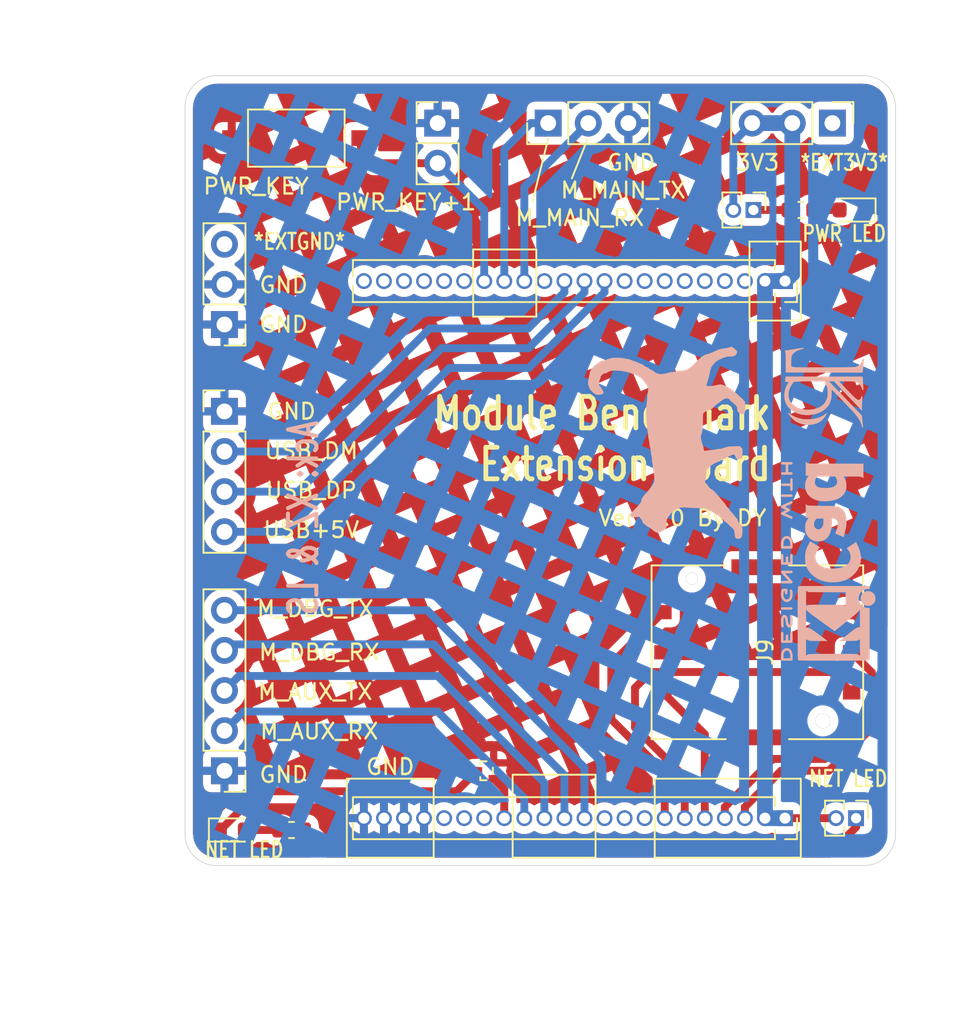
<source format=kicad_pcb>
(kicad_pcb (version 20200119) (host pcbnew "(5.99.0-1107-g718efee7e)")
  (layers (0 "F.Cu" signal) (31 "B.Cu" signal) (34 "B.Paste" user) (35 "F.Paste" user) (36 "B.SilkS" user) (37 "F.SilkS" user) (38 "B.Mask" user) (39 "F.Mask" user) (44 "Edge.Cuts" user))
  (net 0 "")
  (net 1 "GND")
  (net 2 "/M_MAIN_UART_Tx")
  (net 3 "/M_MAIN_UART_Rx")
  (net 4 "/GPIO_L4")
  (net 5 "/GPIO_L3")
  (net 6 "/M_AP_READY")
  (net 7 "/M_VDD_OUT")
  (net 8 "/PSM_EINT")
  (net 9 "/M_RESET")
  (net 10 "/M_PWRKEY")
  (net 11 "/M_ADC")
  (net 12 "/M_USB_DM")
  (net 13 "/M_USB_DP")
  (net 14 "/M_USB_VBUS")
  (net 15 "/GPIO_L2")
  (net 16 "/B_SPI_CS-I2S_CS")
  (net 17 "/B_SPI_CLK-I2S_CLK")
  (net 18 "/B_SPI_MOSI-I2S_WA")
  (net 19 "/B_SPI_MISO-I2S_RXD")
  (net 20 "/PSM_IND")
  (net 21 "/GPIO_L1")
  (net 22 "+3V3")
  (net 23 "/GPIO_R3")
  (net 24 "/GPIO_R2")
  (net 25 "/M_RI")
  (net 26 "/M_NET_LED")
  (net 27 "/M_AUX_UART_Rx")
  (net 28 "/M_AUX_UART_Tx")
  (net 29 "/M_DBG_UART_Rx")
  (net 30 "/M_DBG_UART_TX")
  (net 31 "/M_SCL")
  (net 32 "/M_SDA")
  (net 33 "/GPIO_R1")
  (net 34 "/SIM_GND")
  (net 35 "/SIM_CLK")
  (net 36 "/SIM_IO")
  (net 37 "/SIM_RST")
  (net 38 "/V_SIM")
  (net 39 "/3V3_Terminal")
  (net 40 "/Ext_GND_Terminal")
  (net 41 "Net-(J9-Pad6)")
  (net 42 "Net-(D1-Pad2)")
  (net 43 "Net-(D2-Pad2)")
  (net 44 "Net-(D2-Pad1)")
  (net 45 "Net-(J10-Pad1)")
  (net 46 "Net-(J11-Pad1)")
  (module "Resistor_SMD:R_0603_1608Metric" (layer "F.Cu") (at 106.75 142.75)
    (fp_text reference "R2" hide)
    (fp_text value "2.2k")
    (pad "2" smd roundrect (at 0.7875 0) (size 0.875 0.95) (layers "F.Cu" "F.Paste" "F.Mask") (net 46 "Net-(J11-Pad1)"))
    (pad "1" smd roundrect (at -0.7875 0) (size 0.875 0.95) (layers "F.Cu" "F.Paste" "F.Mask") (net 43 "Net-(D2-Pad2)"))
  )
  (module "Resistor_SMD:R_0603_1608Metric" (layer "F.Cu") (at 139 103.5 180)
    (fp_text reference "R1" hide)
    (fp_text value "2.2k")
    (pad "2" smd roundrect (at 0.7875 0 180) (size 0.875 0.95) (layers "F.Cu" "F.Paste" "F.Mask") (net 45 "Net-(J10-Pad1)"))
    (pad "1" smd roundrect (at -0.7875 0 180) (size 0.875 0.95) (layers "F.Cu" "F.Paste" "F.Mask") (net 42 "Net-(D1-Pad2)"))
  )
  (module "LTD_Customized:SOT-723" (layer "F.Cu") (at 118.5 139 90)
    (fp_text reference "Q1" hide)
    (fp_text value "DTC143Z")
    (pad "2" smd rect (at 0.5 1.05 90) (size 0.46 0.65) (layers "F.Cu" "F.Paste" "F.Mask") (net 1 "GND"))
    (pad "1" smd rect (at -0.5 1.05 90) (size 0.46 0.65) (layers "F.Cu" "F.Paste" "F.Mask") (net 26 "/M_NET_LED"))
    (pad "3" smd rect (at 0 0 90) (size 0.46 0.65) (layers "F.Cu" "F.Paste" "F.Mask") (net 44 "Net-(D2-Pad1)"))
  )
  (module "Connector_PinHeader_1.27mm:PinHeader_1x02_P1.27mm_Vertical" (layer "F.Cu") (at 142.5 142 -90)
    (fp_text reference "J11" hide)
    (fp_text value "NET_LED_SW")
    (pad "2" thru_hole oval (at 0 1.27 270) (size 1 1) (drill 0.65) (layers *.Cu *.Mask) (net 22 "+3V3"))
    (pad "1" thru_hole rect (at 0 0 270) (size 1 1) (drill 0.65) (layers *.Cu *.Mask) (net 46 "Net-(J11-Pad1)"))
  )
  (module "Connector_PinHeader_1.27mm:PinHeader_1x02_P1.27mm_Vertical" (layer "F.Cu") (at 136 103.5 -90)
    (fp_text reference "J10" hide)
    (fp_text value "PWR_LED_SW")
    (pad "2" thru_hole oval (at 0 1.27 270) (size 1 1) (drill 0.65) (layers *.Cu *.Mask) (net 22 "+3V3"))
    (pad "1" thru_hole rect (at 0 0 270) (size 1 1) (drill 0.65) (layers *.Cu *.Mask) (net 45 "Net-(J10-Pad1)"))
  )
  (module "Connector_PinHeader_2.54mm:PinHeader_1x03_P2.54mm_Vertical" (layer "F.Cu") (at 123 98 90)
    (fp_text reference "J1" hide)
    (fp_text value "MAIN_UART_CONN")
    (pad "3" thru_hole oval (at 0 5.08 90) (size 1.7 1.7) (drill 1) (layers *.Cu *.Mask) (net 1 "GND"))
    (pad "2" thru_hole oval (at 0 2.54 90) (size 1.7 1.7) (drill 1) (layers *.Cu *.Mask) (net 2 "/M_MAIN_UART_Tx"))
    (pad "1" thru_hole rect (at 0 0 90) (size 1.7 1.7) (drill 1) (layers *.Cu *.Mask) (net 3 "/M_MAIN_UART_Rx"))
  )
  (module "LED_SMD:LED_0603_1608Metric" (layer "F.Cu") (at 103 142.75)
    (fp_text reference "D2" hide)
    (fp_text value "LED")
    (pad "2" smd roundrect (at 0.7875 0) (size 0.875 0.95) (layers "F.Cu" "F.Paste" "F.Mask") (net 43 "Net-(D2-Pad2)"))
    (pad "1" smd roundrect (at -0.7875 0) (size 0.875 0.95) (layers "F.Cu" "F.Paste" "F.Mask") (net 44 "Net-(D2-Pad1)"))
  )
  (module "LED_SMD:LED_0603_1608Metric" (layer "F.Cu") (at 142.25 103.5 180)
    (fp_text reference "D1" hide)
    (fp_text value "LED")
    (pad "2" smd roundrect (at 0.7875 0 180) (size 0.875 0.95) (layers "F.Cu" "F.Paste" "F.Mask") (net 42 "Net-(D1-Pad2)"))
    (pad "1" smd roundrect (at -0.7875 0 180) (size 0.875 0.95) (layers "F.Cu" "F.Paste" "F.Mask") (net 1 "GND"))
  )
  (module "LTD_Customized:XUNPU_SMN-304" (layer "F.Cu") (at 136.25 131.5 90)
    (fp_text reference "J9" (at 0 0.5 90 unlocked) (layer "F.SilkS"))
    (fp_text value "SIM_Card")
    (pad "0" thru_hole circle (at 4.66 -4.15 90) (size 0.75 0.75) (drill 0.75) (layers *.Cu *.Mask))
    (pad "0" thru_hole circle (at -4.34 4.15 90) (size 0.95 0.95) (drill 0.95) (layers *.Cu *.Mask))
    (pad "5" smd rect (at 2.54 -5.98 90) (size 0.9 1.1) (layers "F.Cu" "F.Paste" "F.Mask") (net 34 "/SIM_GND"))
    (pad "6" smd rect (at 0 -5.98 90) (size 0.9 1.1) (layers "F.Cu" "F.Paste" "F.Mask") (net 41 "Net-(J9-Pad6)"))
    (pad "7" smd rect (at -2.54 -5.98 90) (size 0.9 1.1) (layers "F.Cu" "F.Paste" "F.Mask") (net 36 "/SIM_IO"))
    (pad "1" smd rect (at 2.54 5.97 90) (size 0.9 1.1) (layers "F.Cu" "F.Paste" "F.Mask") (net 38 "/V_SIM"))
    (pad "2" smd rect (at 0 5.97 90) (size 0.9 1.1) (layers "F.Cu" "F.Paste" "F.Mask") (net 37 "/SIM_RST"))
    (pad "3" smd rect (at -2.54 5.97 90) (size 0.9 1.1) (layers "F.Cu" "F.Paste" "F.Mask") (net 35 "/SIM_CLK"))
    (pad "0" smd rect (at 5.385 0 90) (size 1 3.29) (layers "F.Cu" "F.Paste" "F.Mask"))
    (pad "0" smd rect (at -5.385 0 90) (size 1 3.29) (layers "F.Cu" "F.Paste" "F.Mask"))
  )
  (module "Connector_PinHeader_2.54mm:PinHeader_1x04_P2.54mm_Vertical" (layer "F.Cu") (at 102.5 116.25)
    (fp_text reference "J8" hide)
    (fp_text value "USB_CONN")
    (pad "4" thru_hole oval (at 0 7.62) (size 1.7 1.7) (drill 1) (layers *.Cu *.Mask) (net 14 "/M_USB_VBUS"))
    (pad "3" thru_hole oval (at 0 5.08) (size 1.7 1.7) (drill 1) (layers *.Cu *.Mask) (net 13 "/M_USB_DP"))
    (pad "2" thru_hole oval (at 0 2.54) (size 1.7 1.7) (drill 1) (layers *.Cu *.Mask) (net 12 "/M_USB_DM"))
    (pad "1" thru_hole rect (at 0 0) (size 1.7 1.7) (drill 1) (layers *.Cu *.Mask) (net 1 "GND"))
  )
  (module "LTD_Customized:DY-Logo" (layer "B.Cu") (at 140.5 114.75 90)
    (fp_text reference "G***" hide)
    (fp_text value "LOGO" hide)
  )
  (module "Symbol:KiCad-Logo2_5mm_SilkScreen" (layer "B.Cu") (at 140.75 125.75 90)
    (fp_text reference "REF**" hide)
    (fp_text value "KiCad-Logo2_5mm_SilkScreen" hide)
  )
  (module "LTD_Customized:Cat-Logo" (layer "B.Cu") (at 130.5 118.25 -90)
    (fp_text reference "G***" hide)
    (fp_text value "LOGO" hide)
  )
  (module "LTD_Customized:SMD_Switch" (layer "F.Cu") (at 107 99)
    (fp_text reference "SW1" hide)
    (fp_text value "PWR_KEY_TO_GND_BTN" hide)
    (pad "2" smd rect (at 4.14 -0.05) (size 1.2 1) (layers "F.Cu" "F.Paste" "F.Mask") (net 10 "/M_PWRKEY"))
    (pad "1" smd rect (at -4.04 -0.05) (size 1.2 1) (layers "F.Cu" "F.Paste" "F.Mask") (net 1 "GND"))
  )
  (module "Connector_PinHeader_2.54mm:PinHeader_1x05_P2.54mm_Vertical" (layer "F.Cu") (at 102.5 139 180)
    (fp_text reference "J7" hide)
    (fp_text value "DBG_UART_CONN")
    (pad "5" thru_hole oval (at 0 10.16 180) (size 1.7 1.7) (drill 1) (layers *.Cu *.Mask) (net 30 "/M_DBG_UART_TX"))
    (pad "4" thru_hole oval (at 0 7.62 180) (size 1.7 1.7) (drill 1) (layers *.Cu *.Mask) (net 29 "/M_DBG_UART_Rx"))
    (pad "3" thru_hole oval (at 0 5.08 180) (size 1.7 1.7) (drill 1) (layers *.Cu *.Mask) (net 28 "/M_AUX_UART_Tx"))
    (pad "2" thru_hole oval (at 0 2.54 180) (size 1.7 1.7) (drill 1) (layers *.Cu *.Mask) (net 27 "/M_AUX_UART_Rx"))
    (pad "1" thru_hole rect (at 0 0 180) (size 1.7 1.7) (drill 1) (layers *.Cu *.Mask) (net 1 "GND"))
  )
  (module "Connector_PinHeader_2.54mm:PinHeader_1x03_P2.54mm_Vertical" (layer "F.Cu") (at 102.5 110.75 180)
    (fp_text reference "J6" hide)
    (fp_text value "GND_CONN")
    (pad "3" thru_hole oval (at 0 5.08 180) (size 1.7 1.7) (drill 1) (layers *.Cu *.Mask) (net 40 "/Ext_GND_Terminal"))
    (pad "2" thru_hole oval (at 0 2.54 180) (size 1.7 1.7) (drill 1) (layers *.Cu *.Mask) (net 1 "GND"))
    (pad "1" thru_hole rect (at 0 0 180) (size 1.7 1.7) (drill 1) (layers *.Cu *.Mask) (net 1 "GND"))
  )
  (module "Connector_PinHeader_2.54mm:PinHeader_1x03_P2.54mm_Vertical" (layer "F.Cu") (at 141 98 -90)
    (fp_text reference "J5" hide)
    (fp_text value "VCC_CONN")
    (pad "3" thru_hole oval (at 0 5.08 270) (size 1.7 1.7) (drill 1) (layers *.Cu *.Mask) (net 22 "+3V3"))
    (pad "2" thru_hole oval (at 0 2.54 270) (size 1.7 1.7) (drill 1) (layers *.Cu *.Mask) (net 22 "+3V3"))
    (pad "1" thru_hole rect (at 0 0 270) (size 1.7 1.7) (drill 1) (layers *.Cu *.Mask) (net 39 "/3V3_Terminal"))
  )
  (module "Connector_PinHeader_2.54mm:PinHeader_1x02_P2.54mm_Vertical" (layer "F.Cu") (at 116 98)
    (fp_text reference "J4" hide)
    (fp_text value "PWR_KEY_TO_GND_CONN")
    (pad "2" thru_hole oval (at 0 2.54) (size 1.7 1.7) (drill 1) (layers *.Cu *.Mask) (net 10 "/M_PWRKEY"))
    (pad "1" thru_hole rect (at 0 0) (size 1.7 1.7) (drill 1) (layers *.Cu *.Mask) (net 1 "GND"))
  )
  (module "Connector_PinSocket_1.27mm:PinSocket_1x22_P1.27mm_Vertical" (layer "F.Cu") (at 138 142 -90)
    (fp_text reference "J3" hide)
    (fp_text value "Right_Conn")
    (pad "22" thru_hole oval (at 0 26.67 270) (size 1 1) (drill 0.7) (layers *.Cu *.Mask) (net 1 "GND"))
    (pad "21" thru_hole oval (at 0 25.4 270) (size 1 1) (drill 0.7) (layers *.Cu *.Mask) (net 1 "GND"))
    (pad "20" thru_hole oval (at 0 24.13 270) (size 1 1) (drill 0.7) (layers *.Cu *.Mask) (net 1 "GND"))
    (pad "19" thru_hole oval (at 0 22.86 270) (size 1 1) (drill 0.7) (layers *.Cu *.Mask) (net 1 "GND"))
    (pad "18" thru_hole oval (at 0 21.59 270) (size 1 1) (drill 0.7) (layers *.Cu *.Mask) (net 23 "/GPIO_R3"))
    (pad "17" thru_hole oval (at 0 20.32 270) (size 1 1) (drill 0.7) (layers *.Cu *.Mask) (net 24 "/GPIO_R2"))
    (pad "16" thru_hole oval (at 0 19.05 270) (size 1 1) (drill 0.7) (layers *.Cu *.Mask) (net 25 "/M_RI"))
    (pad "15" thru_hole oval (at 0 17.78 270) (size 1 1) (drill 0.7) (layers *.Cu *.Mask) (net 26 "/M_NET_LED"))
    (pad "14" thru_hole oval (at 0 16.51 270) (size 1 1) (drill 0.7) (layers *.Cu *.Mask) (net 27 "/M_AUX_UART_Rx"))
    (pad "13" thru_hole oval (at 0 15.24 270) (size 1 1) (drill 0.7) (layers *.Cu *.Mask) (net 28 "/M_AUX_UART_Tx"))
    (pad "12" thru_hole oval (at 0 13.97 270) (size 1 1) (drill 0.7) (layers *.Cu *.Mask) (net 29 "/M_DBG_UART_Rx"))
    (pad "11" thru_hole oval (at 0 12.7 270) (size 1 1) (drill 0.7) (layers *.Cu *.Mask) (net 30 "/M_DBG_UART_TX"))
    (pad "10" thru_hole oval (at 0 11.43 270) (size 1 1) (drill 0.7) (layers *.Cu *.Mask) (net 31 "/M_SCL"))
    (pad "9" thru_hole oval (at 0 10.16 270) (size 1 1) (drill 0.7) (layers *.Cu *.Mask) (net 32 "/M_SDA"))
    (pad "8" thru_hole oval (at 0 8.89 270) (size 1 1) (drill 0.7) (layers *.Cu *.Mask) (net 33 "/GPIO_R1"))
    (pad "7" thru_hole oval (at 0 7.62 270) (size 1 1) (drill 0.7) (layers *.Cu *.Mask) (net 34 "/SIM_GND"))
    (pad "6" thru_hole oval (at 0 6.35 270) (size 1 1) (drill 0.7) (layers *.Cu *.Mask) (net 35 "/SIM_CLK"))
    (pad "5" thru_hole oval (at 0 5.08 270) (size 1 1) (drill 0.7) (layers *.Cu *.Mask) (net 36 "/SIM_IO"))
    (pad "4" thru_hole oval (at 0 3.81 270) (size 1 1) (drill 0.7) (layers *.Cu *.Mask) (net 37 "/SIM_RST"))
    (pad "3" thru_hole oval (at 0 2.54 270) (size 1 1) (drill 0.7) (layers *.Cu *.Mask) (net 38 "/V_SIM"))
    (pad "2" thru_hole oval (at 0 1.27 270) (size 1 1) (drill 0.7) (layers *.Cu *.Mask) (net 22 "+3V3"))
    (pad "1" thru_hole rect (at 0 0 270) (size 1 1) (drill 0.7) (layers *.Cu *.Mask) (net 22 "+3V3"))
  )
  (module "Connector_PinSocket_1.27mm:PinSocket_1x22_P1.27mm_Vertical" (layer "F.Cu") (at 138 108 -90)
    (fp_text reference "J2" hide)
    (fp_text value "Left_Conn")
    (pad "22" thru_hole oval (at 0 26.67 270) (size 1 1) (drill 0.7) (layers *.Cu *.Mask) (net 4 "/GPIO_L4"))
    (pad "21" thru_hole oval (at 0 25.4 270) (size 1 1) (drill 0.7) (layers *.Cu *.Mask) (net 5 "/GPIO_L3"))
    (pad "20" thru_hole oval (at 0 24.13 270) (size 1 1) (drill 0.7) (layers *.Cu *.Mask) (net 6 "/M_AP_READY"))
    (pad "19" thru_hole oval (at 0 22.86 270) (size 1 1) (drill 0.7) (layers *.Cu *.Mask) (net 7 "/M_VDD_OUT"))
    (pad "18" thru_hole oval (at 0 21.59 270) (size 1 1) (drill 0.7) (layers *.Cu *.Mask) (net 8 "/PSM_EINT"))
    (pad "17" thru_hole oval (at 0 20.32 270) (size 1 1) (drill 0.7) (layers *.Cu *.Mask) (net 9 "/M_RESET"))
    (pad "16" thru_hole oval (at 0 19.05 270) (size 1 1) (drill 0.7) (layers *.Cu *.Mask) (net 10 "/M_PWRKEY"))
    (pad "15" thru_hole oval (at 0 17.78 270) (size 1 1) (drill 0.7) (layers *.Cu *.Mask) (net 3 "/M_MAIN_UART_Rx"))
    (pad "14" thru_hole oval (at 0 16.51 270) (size 1 1) (drill 0.7) (layers *.Cu *.Mask) (net 2 "/M_MAIN_UART_Tx"))
    (pad "13" thru_hole oval (at 0 15.24 270) (size 1 1) (drill 0.7) (layers *.Cu *.Mask) (net 11 "/M_ADC"))
    (pad "12" thru_hole oval (at 0 13.97 270) (size 1 1) (drill 0.7) (layers *.Cu *.Mask) (net 12 "/M_USB_DM"))
    (pad "11" thru_hole oval (at 0 12.7 270) (size 1 1) (drill 0.7) (layers *.Cu *.Mask) (net 13 "/M_USB_DP"))
    (pad "10" thru_hole oval (at 0 11.43 270) (size 1 1) (drill 0.7) (layers *.Cu *.Mask) (net 14 "/M_USB_VBUS"))
    (pad "9" thru_hole oval (at 0 10.16 270) (size 1 1) (drill 0.7) (layers *.Cu *.Mask) (net 15 "/GPIO_L2"))
    (pad "8" thru_hole oval (at 0 8.89 270) (size 1 1) (drill 0.7) (layers *.Cu *.Mask) (net 16 "/B_SPI_CS-I2S_CS"))
    (pad "7" thru_hole oval (at 0 7.62 270) (size 1 1) (drill 0.7) (layers *.Cu *.Mask) (net 17 "/B_SPI_CLK-I2S_CLK"))
    (pad "6" thru_hole oval (at 0 6.35 270) (size 1 1) (drill 0.7) (layers *.Cu *.Mask) (net 18 "/B_SPI_MOSI-I2S_WA"))
    (pad "5" thru_hole oval (at 0 5.08 270) (size 1 1) (drill 0.7) (layers *.Cu *.Mask) (net 19 "/B_SPI_MISO-I2S_RXD"))
    (pad "4" thru_hole oval (at 0 3.81 270) (size 1 1) (drill 0.7) (layers *.Cu *.Mask) (net 20 "/PSM_IND"))
    (pad "3" thru_hole oval (at 0 2.54 270) (size 1 1) (drill 0.7) (layers *.Cu *.Mask) (net 21 "/GPIO_L1"))
    (pad "2" thru_hole oval (at 0 1.27 270) (size 1 1) (drill 0.7) (layers *.Cu *.Mask) (net 22 "+3V3"))
    (pad "1" thru_hole rect (at 0 0 270) (size 1 1) (drill 0.7) (layers *.Cu *.Mask) (net 22 "+3V3"))
  )
  (gr_text "*EXT3V3*" (at 141.75 100.5) (layer "F.SilkS") (effects (font (size 1 0.8))))
  (gr_text "PWR LED" (at 141.75 105) (layer "F.SilkS") (effects (font (size 1 0.8))))
  (gr_text "NET LED" (at 103.75 144) (layer "F.SilkS") (effects (font (size 1 0.8))))
  (gr_text "NET LED" (at 142 139.5) (layer "F.SilkS") (effects (font (size 1 0.8))))
  (gr_text "Ver 2.0 By DY" (at 131.5 123) (layer "F.SilkS") (effects (font (size 1 1))))
  (gr_text "GND" (at 106.75 116.25) (layer "F.SilkS") (effects (font (size 1 1))))
  (gr_text "USB_DM" (at 108 118.75) (layer "F.SilkS") (effects (font (size 1 1))))
  (gr_text "USB_DP" (at 108 121.25) (layer "F.SilkS") (effects (font (size 1 1))))
  (gr_text "USB+5V" (at 108 123.75) (layer "F.SilkS") (effects (font (size 1 1))))
  (gr_text "Ack: XZ & LS\n" (at 107.5 123 90) (layer "B.SilkS") (effects (font (size 1.8 1.2) (thickness 0.25)) (justify mirror)))
  (gr_line (start 125.5 99) (end 124.5 101.5) (layer "F.SilkS") (width 0.12))
  (gr_line (start 123 99) (end 122 103) (layer "F.SilkS") (width 0.12))
  (gr_text "M_AUX_RX" (at 108.5 136.5) (layer "F.SilkS") (effects (font (size 1 1))))
  (gr_text "M_AUX_TX" (at 108.25 134) (layer "F.SilkS") (effects (font (size 1 1))))
  (gr_text "M_DBG_RX" (at 108.5 131.5) (layer "F.SilkS") (effects (font (size 1 1))))
  (gr_line (start 115.75 139.5) (end 110.25 139.5) (layer "F.SilkS") (width 0.12))
  (gr_line (start 115.75 144.5) (end 115.75 139.5) (layer "F.SilkS") (width 0.12))
  (gr_line (start 110.25 144.5) (end 115.75 144.5) (layer "F.SilkS") (width 0.12))
  (gr_line (start 110.25 139.5) (end 110.25 144.5) (layer "F.SilkS") (width 0.12))
  (gr_line (start 126 139.25) (end 120.75 139.25) (layer "F.SilkS") (width 0.12))
  (gr_line (start 126 144.5) (end 126 139.25) (layer "F.SilkS") (width 0.12))
  (gr_line (start 120.75 144.5) (end 126 144.5) (layer "F.SilkS") (width 0.12))
  (gr_line (start 120.75 139.25) (end 120.75 144.5) (layer "F.SilkS") (width 0.12))
  (gr_line (start 139 139.5) (end 129.75 139.5) (layer "F.SilkS") (width 0.12))
  (gr_line (start 139 144.5) (end 139 139.5) (layer "F.SilkS") (width 0.12))
  (gr_line (start 129.75 144.5) (end 139 144.5) (layer "F.SilkS") (width 0.12))
  (gr_line (start 129.75 139.5) (end 129.75 144.5) (layer "F.SilkS") (width 0.12))
  (gr_line (start 139 110.5) (end 139 105.5) (layer "F.SilkS") (width 0.12))
  (gr_line (start 135.75 110.5) (end 139 110.5) (layer "F.SilkS") (width 0.12))
  (gr_line (start 135.75 105.5) (end 135.75 110.5) (layer "F.SilkS") (width 0.12))
  (gr_line (start 139 105.5) (end 135.75 105.5) (layer "F.SilkS") (width 0.12))
  (gr_line (start 122.25 106) (end 118.25 106) (layer "F.SilkS") (width 0.12))
  (gr_line (start 122.25 110.25) (end 122.25 106) (layer "F.SilkS") (width 0.12))
  (gr_line (start 118.25 110.25) (end 122.25 110.25) (layer "F.SilkS") (width 0.12))
  (gr_line (start 118.25 106) (end 118.25 110.25) (layer "F.SilkS") (width 0.12))
  (gr_text "GND" (at 113 138.75) (layer "F.SilkS") (effects (font (size 1 1))))
  (gr_text "GND" (at 106.25 139.25) (layer "F.SilkS") (effects (font (size 1 1))))
  (gr_text "GND" (at 106.25 110.75) (layer "F.SilkS") (effects (font (size 1 1))))
  (gr_text "*EXTGND*" (at 107.25 105.5) (layer "F.SilkS") (effects (font (size 1 0.8))))
  (gr_text "GND" (at 106.25 108.25) (layer "F.SilkS") (effects (font (size 1 1))))
  (gr_text "M_DBG_TX" (at 108.25 128.75) (layer "F.SilkS") (effects (font (size 1 1))))
  (gr_text "3V3" (at 136.25 100.5) (layer "F.SilkS") (effects (font (size 1 1))))
  (gr_text "PWR_KEY+1" (at 114 103) (layer "F.SilkS") (effects (font (size 1 1))))
  (gr_text "PWR_KEY" (at 104.5 102) (layer "F.SilkS") (effects (font (size 1 1))))
  (gr_text "GND" (at 128.25 100.5) (layer "F.SilkS") (effects (font (size 1 1))))
  (gr_text "M_MAIN_TX" (at 127.75 102.25) (layer "F.SilkS") (effects (font (size 1 1))))
  (gr_text "M_MAIN_RX" (at 125 104) (layer "F.SilkS") (effects (font (size 1 1))))
  (gr_arc (start 143 97) (end 145 97) (angle -90) (layer "Edge.Cuts") (width 0.05))
  (gr_arc (start 143 143) (end 143 145) (angle -90) (layer "Edge.Cuts") (width 0.05))
  (gr_arc (start 102 143) (end 100 143) (angle -90) (layer "Edge.Cuts") (width 0.05))
  (gr_arc (start 102 97) (end 102 95) (angle -90) (layer "Edge.Cuts") (width 0.05))
  (gr_line (start 143 95) (end 102 95) (layer "Edge.Cuts") (width 0.05))
  (gr_line (start 145 143) (end 145 97) (layer "Edge.Cuts") (width 0.05))
  (gr_line (start 102 145) (end 143 145) (layer "Edge.Cuts") (width 0.05))
  (gr_line (start 100 97) (end 100 143) (layer "Edge.Cuts") (width 0.05))
  (gr_text "Module Benchmark\nExtension Board" (at 137.25 118) (layer "F.SilkS") (effects (font (size 2 1.5) (thickness 0.3)) (justify right)))
  (segment (start 121.49 140.74) (end 116 135.25) (width 0.5) (layer "B.Cu") (net 27))
  (segment (start 116 135.25) (end 103.71 135.25) (width 0.5) (layer "B.Cu") (net 27))
  (segment (start 121.49 142) (end 121.49 140.74) (width 0.5) (layer "B.Cu") (net 27))
  (segment (start 103.71 135.25) (end 102.5 136.46) (width 0.5) (layer "B.Cu") (net 27))
  (segment (start 102.5 136.46) (end 102.75 136.46) (width 0.5) (layer "B.Cu") (net 27))
  (segment (start 122.76 139.76) (end 116 133) (width 0.5) (layer "B.Cu") (net 28))
  (segment (start 103.42 133) (end 102.5 133.92) (width 0.5) (layer "B.Cu") (net 28))
  (segment (start 122.76 142) (end 122.76 139.76) (width 0.5) (layer "B.Cu") (net 28))
  (segment (start 116 133) (end 103.42 133) (width 0.5) (layer "B.Cu") (net 28))
  (segment (start 102.5 133.92) (end 102.75 133.92) (width 0.5) (layer "B.Cu") (net 28))
  (segment (start 124.03 139.28) (end 115.75 131) (width 0.5) (layer "B.Cu") (net 29))
  (segment (start 124.03 142) (end 124.03 139.28) (width 0.5) (layer "B.Cu") (net 29))
  (segment (start 115.75 131) (end 102.88 131) (width 0.5) (layer "B.Cu") (net 29))
  (segment (start 102.88 131) (end 102.5 131.38) (width 0.5) (layer "B.Cu") (net 29))
  (segment (start 102.5 131.38) (end 102.75 131.38) (width 0.5) (layer "B.Cu") (net 29))
  (segment (start 115.34 128.84) (end 125.3 138.8) (width 0.5) (layer "B.Cu") (net 30))
  (segment (start 102.5 128.84) (end 115.34 128.84) (width 0.5) (layer "B.Cu") (net 30))
  (segment (start 125.3 138.8) (end 125.3 142) (width 0.5) (layer "B.Cu") (net 30))
  (segment (start 106.38 123.87) (end 116.75 113.5) (width 0.5) (layer "B.Cu") (net 14))
  (segment (start 102.5 123.87) (end 106.38 123.87) (width 0.5) (layer "B.Cu") (net 14))
  (segment (start 116.75 113.5) (end 121.777106 113.5) (width 0.5) (layer "B.Cu") (net 14))
  (segment (start 121.777106 113.5) (end 126.57 108.707106) (width 0.5) (layer "B.Cu") (net 14))
  (segment (start 126.57 108.707106) (end 126.57 108) (width 0.5) (layer "B.Cu") (net 14))
  (segment (start 125.3 108.707106) (end 121.757106 112.25) (width 0.5) (layer "B.Cu") (net 13))
  (segment (start 121.757106 112.25) (end 116.25 112.25) (width 0.5) (layer "B.Cu") (net 13))
  (segment (start 125.3 108) (end 125.3 108.707106) (width 0.5) (layer "B.Cu") (net 13))
  (segment (start 116.25 112.25) (end 107.17 121.33) (width 0.5) (layer "B.Cu") (net 13))
  (segment (start 107.17 121.33) (end 102.5 121.33) (width 0.5) (layer "B.Cu") (net 13))
  (segment (start 107.71 118.79) (end 115.5 111) (width 0.5) (layer "B.Cu") (net 12))
  (segment (start 102.5 118.79) (end 107.71 118.79) (width 0.5) (layer "B.Cu") (net 12))
  (segment (start 121.737106 111) (end 124.03 108.707106) (width 0.5) (layer "B.Cu") (net 12))
  (segment (start 115.5 111) (end 121.737106 111) (width 0.5) (layer "B.Cu") (net 12))
  (segment (start 124.03 108.707106) (end 124.03 108) (width 0.5) (layer "B.Cu") (net 12))
  (segment (start 135.92 98) (end 138.46 98) (width 1) (layer "B.Cu") (net 22))
  (segment (start 138.46 107.54) (end 138 108) (width 1) (layer "B.Cu") (net 22))
  (segment (start 138.46 98) (end 138.46 107.54) (width 1) (layer "B.Cu") (net 22))
  (segment (start 118.95 103.49) (end 116 100.54) (width 0.5) (layer "B.Cu") (net 10))
  (segment (start 118.95 108) (end 118.95 103.49) (width 0.5) (layer "B.Cu") (net 10))
  (segment (start 111.14 99.7) (end 111.14 98.95) (width 0.5) (layer "F.Cu") (net 10))
  (segment (start 116 100.54) (end 111.98 100.54) (width 0.5) (layer "F.Cu") (net 10))
  (segment (start 111.98 100.54) (end 111.14 99.7) (width 0.5) (layer "F.Cu") (net 10))
  (segment (start 121.9 98) (end 120.22 99.68) (width 0.5) (layer "B.Cu") (net 3))
  (segment (start 123 98) (end 121.9 98) (width 0.5) (layer "B.Cu") (net 3))
  (segment (start 125.54 98) (end 121.49 102.05) (width 0.5) (layer "B.Cu") (net 2))
  (segment (start 120.22 107.292894) (end 120.22 108) (width 0.5) (layer "B.Cu") (net 3))
  (segment (start 120.22 99.68) (end 120.22 107.292894) (width 0.5) (layer "B.Cu") (net 3))
  (segment (start 121.49 102.05) (end 121.49 108) (width 0.5) (layer "B.Cu") (net 2))
  (segment (start 136.73 108) (end 138 108) (width 1) (layer "B.Cu") (net 22))
  (segment (start 136.73 108) (end 136.73 142) (width 1) (layer "B.Cu") (net 22))
  (segment (start 136.73 142) (end 138 142) (width 1) (layer "B.Cu") (net 22))
  (segment (start 132.92 136.69) (end 132.92 142) (width 0.5) (layer "F.Cu") (net 36))
  (segment (start 130.27 134.04) (end 132.92 136.69) (width 0.5) (layer "F.Cu") (net 36))
  (segment (start 130.38 139.13) (end 130.38 142) (width 0.5) (layer "F.Cu") (net 34))
  (segment (start 127 135.75) (end 130.38 139.13) (width 0.5) (layer "F.Cu") (net 34))
  (segment (start 130.27 128.96) (end 127 132.23) (width 0.5) (layer "F.Cu") (net 34))
  (segment (start 127 132.23) (end 127 135.75) (width 0.5) (layer "F.Cu") (net 34))
  (segment (start 131.65 139.410038) (end 131.65 142) (width 0.5) (layer "F.Cu") (net 35))
  (segment (start 128.5 136.260038) (end 131.65 139.410038) (width 0.5) (layer "F.Cu") (net 35))
  (segment (start 128.5 133.749999) (end 128.5 136.260038) (width 0.5) (layer "F.Cu") (net 35))
  (segment (start 129.499999 132.75) (end 128.5 133.749999) (width 0.5) (layer "F.Cu") (net 35))
  (segment (start 142.22 134.04) (end 140.93 132.75) (width 0.5) (layer "F.Cu") (net 35))
  (segment (start 140.93 132.75) (end 129.499999 132.75) (width 0.5) (layer "F.Cu") (net 35))
  (segment (start 137.232894 138.25) (end 134.19 141.292894) (width 0.5) (layer "F.Cu") (net 37))
  (segment (start 140.535001 138.25) (end 137.232894 138.25) (width 0.5) (layer "F.Cu") (net 37))
  (segment (start 143.5 132.78) (end 143.5 135.285001) (width 0.5) (layer "F.Cu") (net 37))
  (segment (start 143.5 135.285001) (end 140.535001 138.25) (width 0.5) (layer "F.Cu") (net 37))
  (segment (start 142.22 131.5) (end 143.5 132.78) (width 0.5) (layer "F.Cu") (net 37))
  (segment (start 144.200011 130.940011) (end 144.200011 135.574955) (width 0.5) (layer "F.Cu") (net 38))
  (segment (start 137.752894 139) (end 135.46 141.292894) (width 0.5) (layer "F.Cu") (net 38))
  (segment (start 142.22 128.96) (end 144.200011 130.940011) (width 0.5) (layer "F.Cu") (net 38))
  (segment (start 134.19 141.292894) (end 134.19 142) (width 0.5) (layer "F.Cu") (net 37))
  (segment (start 135.46 141.292894) (end 135.46 142) (width 0.5) (layer "F.Cu") (net 38))
  (segment (start 144.200011 135.574955) (end 140.774966 139) (width 0.5) (layer "F.Cu") (net 38))
  (segment (start 140.774966 139) (end 137.752894 139) (width 0.5) (layer "F.Cu") (net 38))
  (segment (start 120.22 140.17) (end 119.55 139.5) (width 0.5) (layer "F.Cu") (net 26))
  (segment (start 120.22 142) (end 120.22 140.17) (width 0.5) (layer "F.Cu") (net 26))
  (segment (start 141.4625 103.5) (end 139.7875 103.5) (width 0.5) (layer "F.Cu") (net 42))
  (segment (start 138.2125 103.5) (end 136 103.5) (width 0.5) (layer "F.Cu") (net 45))
  (segment (start 141.23 142) (end 138 142) (width 0.5) (layer "F.Cu") (net 22))
  (segment (start 142.5 142.568001) (end 142.5 142) (width 0.5) (layer "F.Cu") (net 46))
  (segment (start 140.818001 144.25) (end 142.5 142.568001) (width 0.5) (layer "F.Cu") (net 46))
  (segment (start 107.5375 142.75) (end 109.0375 144.25) (width 0.5) (layer "F.Cu") (net 46))
  (segment (start 109.0375 144.25) (end 140.818001 144.25) (width 0.5) (layer "F.Cu") (net 46))
  (segment (start 102.25 142.75) (end 102.2125 142.75) (width 0.5) (layer "F.Cu") (net 44))
  (segment (start 104.699999 140.300001) (end 102.25 142.75) (width 0.5) (layer "F.Cu") (net 44))
  (segment (start 118.5 139) (end 117.199999 140.300001) (width 0.5) (layer "F.Cu") (net 44))
  (segment (start 117.199999 140.300001) (end 104.699999 140.300001) (width 0.5) (layer "F.Cu") (net 44))
  (segment (start 103.7875 142.75) (end 105.9625 142.75) (width 0.5) (layer "F.Cu") (net 43))
  (segment (start 134.73 99.19) (end 135.92 98) (width 0.5) (layer "B.Cu") (net 22))
  (segment (start 134.73 103.5) (end 134.73 99.19) (width 0.5) (layer "B.Cu") (net 22))
  (zone (net 1) (net_name "GND") (layer "F.Cu") (connect_pads (clearance 0.508)) (min_thickness 0.254) (fill yes (mode hatch) (thermal_gap 0.508) (thermal_bridge_width 0.508) (hatch_thickness 1.016) (hatch_gap 1.524) (hatch_orientation 23.3) (hatch_smoothing_level 1) (hatch_smoothing_value 0))
    (polygon (pts (xy 145 145) (xy 100 145) (xy 100 95) (xy 145 95)))
  )
  (zone (net 1) (net_name "GND") (layer "B.Cu") (connect_pads (clearance 0.508)) (min_thickness 0.254) (fill yes (mode hatch) (thermal_gap 0.508) (thermal_bridge_width 0.508) (hatch_thickness 1.016) (hatch_gap 1.524) (hatch_orientation 66.7))
    (polygon (pts (xy 145 145) (xy 100 145) (xy 100 95) (xy 145 95)))
  )
)
</source>
